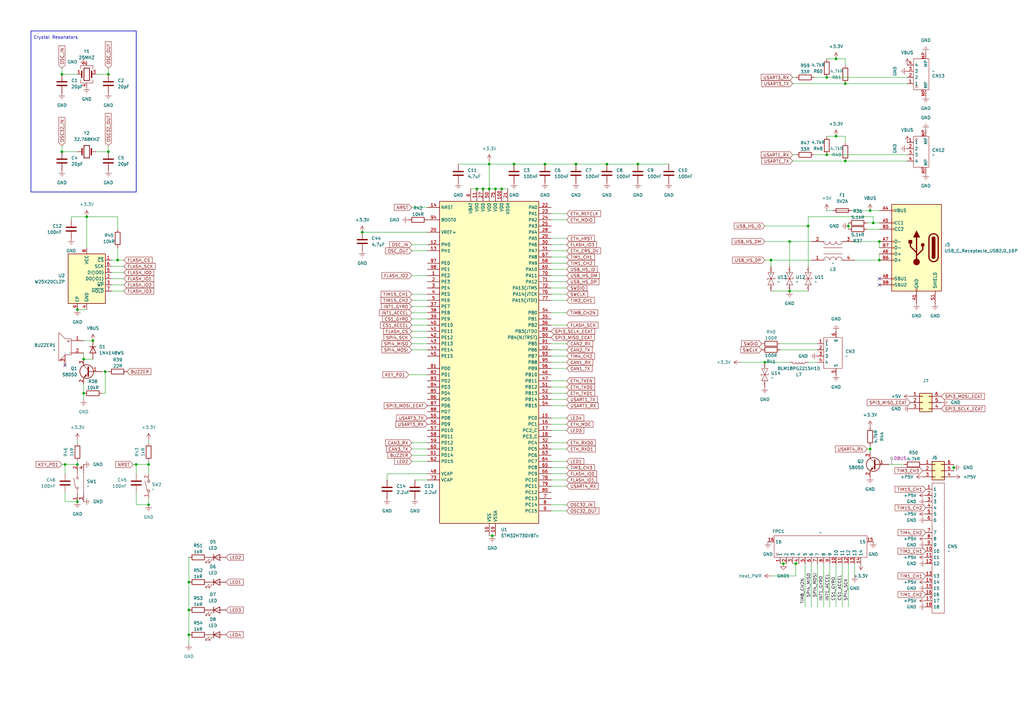
<source format=kicad_sch>
(kicad_sch (version 20231120) (generator "eeschema") (generator_version "8.0")
  (paper "A3")
  (junction (at 35.56 88.9))
  (junction (at 203.2 77.47))
  (junction (at 195.58 77.47))
  (junction (at 356.87 184.15))
  (junction (at 326.39 231.14))
  (junction (at 198.12 77.47))
  (junction (at 44.45 62.23))
  (junction (at 360.68 99.06))
  (junction (at 77.47 260.35))
  (junction (at 55.88 190.5))
  (junction (at 391.16 191.77))
  (junction (at 360.68 106.68))
  (junction (at 210.82 67.31))
  (junction (at 236.22 67.31))
  (junction (at 34.29 161.29))
  (junction (at 323.85 119.38))
  (junction (at 31.75 127))
  (junction (at 356.87 86.36))
  (junction (at 358.14 91.44))
  (junction (at 346.71 34.29))
  (junction (at 205.74 77.47))
  (junction (at 44.45 30.48))
  (junction (at 31.75 190.5))
  (junction (at 347.98 92.71))
  (junction (at 43.18 152.4))
  (junction (at 223.52 67.31))
  (junction (at 342.9 55.88))
  (junction (at 346.71 66.04))
  (junction (at 201.93 219.71))
  (junction (at 48.26 106.68))
  (junction (at 313.69 148.59))
  (junction (at 200.66 77.47))
  (junction (at 339.09 31.75))
  (junction (at 60.96 207.01))
  (junction (at 339.09 63.5))
  (junction (at 316.23 106.68))
  (junction (at 77.47 250.19))
  (junction (at 342.9 24.13))
  (junction (at 331.47 92.71))
  (junction (at 60.96 190.5))
  (junction (at 248.92 67.31))
  (junction (at 25.4 62.23))
  (junction (at 34.29 147.32))
  (junction (at 261.62 67.31))
  (junction (at 26.67 190.5))
  (junction (at 38.1 139.7))
  (junction (at 77.47 238.76))
  (junction (at 25.4 30.48))
  (junction (at 321.31 231.14))
  (junction (at 200.66 67.31))
  (junction (at 148.59 95.25))
  (junction (at 323.85 99.06))
  (junction (at 31.75 205.74))
  (no_connect (at 360.68 116.84))
  (no_connect (at 26.67 149.86))
  (no_connect (at 360.68 114.3))
  (wire (pts (xy 26.67 205.74) (xy 31.75 205.74)))
  (wire (pts (xy 331.47 88.9) (xy 331.47 92.71)))
  (wire (pts (xy 39.37 30.48) (xy 44.45 30.48)))
  (wire (pts (xy 50.8 119.38) (xy 45.72 119.38)))
  (wire (pts (xy 168.91 102.87) (xy 175.26 102.87)))
  (wire (pts (xy 226.06 97.79) (xy 232.41 97.79)))
  (wire (pts (xy 168.91 85.09) (xy 175.26 85.09)))
  (wire (pts (xy 356.87 184.15) (xy 356.87 185.42)))
  (wire (pts (xy 232.41 113.03) (xy 226.06 113.03)))
  (wire (pts (xy 358.14 88.9) (xy 331.47 88.9)))
  (wire (pts (xy 232.41 128.27) (xy 226.06 128.27)))
  (wire (pts (xy 44.45 59.69) (xy 44.45 62.23)))
  (wire (pts (xy 60.96 204.47) (xy 60.96 207.01)))
  (wire (pts (xy 232.41 90.17) (xy 226.06 90.17)))
  (wire (pts (xy 313.69 106.68) (xy 316.23 106.68)))
  (wire (pts (xy 350.52 106.68) (xy 360.68 106.68)))
  (wire (pts (xy 55.88 201.93) (xy 55.88 207.01)))
  (wire (pts (xy 168.91 181.61) (xy 175.26 181.61)))
  (wire (pts (xy 168.91 135.89) (xy 175.26 135.89)))
  (wire (pts (xy 232.41 115.57) (xy 226.06 115.57)))
  (wire (pts (xy 332.74 248.92) (xy 332.74 231.14)))
  (wire (pts (xy 232.41 181.61) (xy 226.06 181.61)))
  (wire (pts (xy 342.9 231.14) (xy 342.9 248.92)))
  (wire (pts (xy 321.31 231.14) (xy 322.58 231.14)))
  (wire (pts (xy 261.62 67.31) (xy 274.32 67.31)))
  (wire (pts (xy 232.41 118.11) (xy 226.06 118.11)))
  (wire (pts (xy 34.29 144.78) (xy 34.29 147.32)))
  (wire (pts (xy 198.12 77.47) (xy 200.66 77.47)))
  (wire (pts (xy 167.64 153.67) (xy 175.26 153.67)))
  (wire (pts (xy 38.1 139.7) (xy 34.29 139.7)))
  (wire (pts (xy 148.59 95.25) (xy 175.26 95.25)))
  (wire (pts (xy 356.87 182.88) (xy 356.87 184.15)))
  (wire (pts (xy 26.67 201.93) (xy 26.67 205.74)))
  (wire (pts (xy 77.47 238.76) (xy 77.47 250.19)))
  (wire (pts (xy 232.41 171.45) (xy 226.06 171.45)))
  (wire (pts (xy 31.75 189.23) (xy 31.75 190.5)))
  (wire (pts (xy 38.1 147.32) (xy 34.29 147.32)))
  (wire (pts (xy 358.14 91.44) (xy 360.68 91.44)))
  (wire (pts (xy 48.26 106.68) (xy 45.72 106.68)))
  (wire (pts (xy 60.96 190.5) (xy 60.96 194.31)))
  (wire (pts (xy 232.41 120.65) (xy 226.06 120.65)))
  (wire (pts (xy 232.41 107.95) (xy 226.06 107.95)))
  (wire (pts (xy 232.41 100.33) (xy 226.06 100.33)))
  (wire (pts (xy 316.23 236.22) (xy 326.39 236.22)))
  (wire (pts (xy 360.68 99.06) (xy 360.68 101.6)))
  (wire (pts (xy 77.47 250.19) (xy 77.47 260.35)))
  (wire (pts (xy 236.22 67.31) (xy 248.92 67.31)))
  (wire (pts (xy 44.45 27.94) (xy 44.45 30.48)))
  (wire (pts (xy 39.37 62.23) (xy 44.45 62.23)))
  (wire (pts (xy 187.96 67.31) (xy 200.66 67.31)))
  (wire (pts (xy 355.6 91.44) (xy 358.14 91.44)))
  (wire (pts (xy 350.52 99.06) (xy 360.68 99.06)))
  (wire (pts (xy 313.69 148.59) (xy 323.85 148.59)))
  (wire (pts (xy 48.26 93.98) (xy 48.26 88.9)))
  (wire (pts (xy 337.82 231.14) (xy 337.82 248.92)))
  (wire (pts (xy 168.91 186.69) (xy 175.26 186.69)))
  (wire (pts (xy 168.91 113.03) (xy 175.26 113.03)))
  (wire (pts (xy 339.09 86.36) (xy 341.63 86.36)))
  (wire (pts (xy 334.01 63.5) (xy 339.09 63.5)))
  (wire (pts (xy 326.39 231.14) (xy 326.39 236.22)))
  (wire (pts (xy 232.41 176.53) (xy 226.06 176.53)))
  (wire (pts (xy 232.41 163.83) (xy 226.06 163.83)))
  (wire (pts (xy 325.12 31.75) (xy 326.39 31.75)))
  (wire (pts (xy 43.18 161.29) (xy 43.18 152.4)))
  (wire (pts (xy 326.39 231.14) (xy 325.12 231.14)))
  (wire (pts (xy 43.18 152.4) (xy 41.91 152.4)))
  (wire (pts (xy 320.04 143.51) (xy 335.28 143.51)))
  (wire (pts (xy 158.75 194.31) (xy 175.26 194.31)))
  (wire (pts (xy 346.71 24.13) (xy 342.9 24.13)))
  (wire (pts (xy 55.88 190.5) (xy 60.96 190.5)))
  (wire (pts (xy 232.41 194.31) (xy 226.06 194.31)))
  (wire (pts (xy 346.71 26.67) (xy 346.71 24.13)))
  (wire (pts (xy 168.91 100.33) (xy 175.26 100.33)))
  (wire (pts (xy 323.85 99.06) (xy 323.85 109.22)))
  (wire (pts (xy 248.92 67.31) (xy 261.62 67.31)))
  (wire (pts (xy 48.26 88.9) (xy 35.56 88.9)))
  (wire (pts (xy 60.96 190.5) (xy 60.96 189.23)))
  (wire (pts (xy 346.71 55.88) (xy 342.9 55.88)))
  (wire (pts (xy 339.09 63.5) (xy 372.11 63.5)))
  (wire (pts (xy 29.21 88.9) (xy 29.21 90.17)))
  (wire (pts (xy 60.96 180.34) (xy 60.96 181.61)))
  (wire (pts (xy 50.8 116.84) (xy 45.72 116.84)))
  (wire (pts (xy 201.93 219.71) (xy 203.2 219.71)))
  (wire (pts (xy 200.66 67.31) (xy 200.66 77.47)))
  (wire (pts (xy 391.16 191.77) (xy 391.16 193.04)))
  (wire (pts (xy 232.41 196.85) (xy 226.06 196.85)))
  (wire (pts (xy 232.41 148.59) (xy 226.06 148.59)))
  (wire (pts (xy 303.53 148.59) (xy 313.69 148.59)))
  (wire (pts (xy 50.8 114.3) (xy 45.72 114.3)))
  (wire (pts (xy 346.71 66.04) (xy 372.11 66.04)))
  (wire (pts (xy 168.91 143.51) (xy 175.26 143.51)))
  (wire (pts (xy 223.52 67.31) (xy 236.22 67.31)))
  (wire (pts (xy 50.8 106.68) (xy 48.26 106.68)))
  (wire (pts (xy 168.91 128.27) (xy 175.26 128.27)))
  (wire (pts (xy 25.4 30.48) (xy 31.75 30.48)))
  (wire (pts (xy 326.39 231.14) (xy 327.66 231.14)))
  (wire (pts (xy 170.18 196.85) (xy 175.26 196.85)))
  (wire (pts (xy 54.61 190.5) (xy 55.88 190.5)))
  (wire (pts (xy 232.41 189.23) (xy 226.06 189.23)))
  (wire (pts (xy 203.2 77.47) (xy 205.74 77.47)))
  (wire (pts (xy 168.91 120.65) (xy 175.26 120.65)))
  (wire (pts (xy 323.85 119.38) (xy 316.23 119.38)))
  (wire (pts (xy 232.41 110.49) (xy 226.06 110.49)))
  (wire (pts (xy 339.09 31.75) (xy 372.11 31.75)))
  (wire (pts (xy 77.47 228.6) (xy 77.47 238.76)))
  (wire (pts (xy 346.71 58.42) (xy 346.71 55.88)))
  (wire (pts (xy 347.98 91.44) (xy 347.98 92.71)))
  (wire (pts (xy 25.4 62.23) (xy 31.75 62.23)))
  (wire (pts (xy 168.91 140.97) (xy 175.26 140.97)))
  (wire (pts (xy 205.74 77.47) (xy 208.28 77.47)))
  (wire (pts (xy 355.6 184.15) (xy 356.87 184.15)))
  (wire (pts (xy 26.67 190.5) (xy 31.75 190.5)))
  (wire (pts (xy 31.75 127) (xy 35.56 127)))
  (wire (pts (xy 331.47 148.59) (xy 335.28 148.59)))
  (wire (pts (xy 342.9 24.13) (xy 339.09 24.13)))
  (wire (pts (xy 195.58 77.47) (xy 198.12 77.47)))
  (wire (pts (xy 232.41 199.39) (xy 226.06 199.39)))
  (wire (pts (xy 50.8 111.76) (xy 45.72 111.76)))
  (wire (pts (xy 316.23 106.68) (xy 316.23 109.22)))
  (wire (pts (xy 232.41 87.63) (xy 226.06 87.63)))
  (wire (pts (xy 232.41 161.29) (xy 226.06 161.29)))
  (wire (pts (xy 330.2 231.14) (xy 330.2 248.92)))
  (wire (pts (xy 356.87 86.36) (xy 360.68 86.36)))
  (wire (pts (xy 232.41 143.51) (xy 226.06 143.51)))
  (wire (pts (xy 41.91 161.29) (xy 43.18 161.29)))
  (wire (pts (xy 168.91 189.23) (xy 175.26 189.23)))
  (wire (pts (xy 26.67 190.5) (xy 26.67 194.31)))
  (wire (pts (xy 316.23 106.68) (xy 332.74 106.68)))
  (wire (pts (xy 349.25 86.36) (xy 356.87 86.36)))
  (wire (pts (xy 313.69 99.06) (xy 323.85 99.06)))
  (wire (pts (xy 340.36 231.14) (xy 340.36 248.92)))
  (wire (pts (xy 168.91 130.81) (xy 175.26 130.81)))
  (wire (pts (xy 345.44 231.14) (xy 345.44 248.92)))
  (wire (pts (xy 232.41 140.97) (xy 226.06 140.97)))
  (wire (pts (xy 44.45 152.4) (xy 43.18 152.4)))
  (wire (pts (xy 346.71 34.29) (xy 372.11 34.29)))
  (wire (pts (xy 360.68 104.14) (xy 360.68 106.68)))
  (wire (pts (xy 323.85 99.06) (xy 332.74 99.06)))
  (wire (pts (xy 232.41 209.55) (xy 226.06 209.55)))
  (wire (pts (xy 35.56 88.9) (xy 29.21 88.9)))
  (wire (pts (xy 347.98 248.92) (xy 347.98 231.14)))
  (wire (pts (xy 232.41 184.15) (xy 226.06 184.15)))
  (wire (pts (xy 158.75 196.85) (xy 158.75 194.31)))
  (wire (pts (xy 350.52 231.14) (xy 350.52 236.22)))
  (wire (pts (xy 25.4 190.5) (xy 26.67 190.5)))
  (wire (pts (xy 48.26 101.6) (xy 48.26 106.68)))
  (wire (pts (xy 232.41 191.77) (xy 226.06 191.77)))
  (wire (pts (xy 25.4 59.69) (xy 25.4 62.23)))
  (wire (pts (xy 232.41 105.41) (xy 226.06 105.41)))
  (wire (pts (xy 232.41 166.37) (xy 226.06 166.37)))
  (wire (pts (xy 168.91 123.19) (xy 175.26 123.19)))
  (wire (pts (xy 325.12 63.5) (xy 326.39 63.5)))
  (wire (pts (xy 50.8 109.22) (xy 45.72 109.22)))
  (wire (pts (xy 331.47 109.22) (xy 331.47 92.71)))
  (wire (pts (xy 232.41 146.05) (xy 226.06 146.05)))
  (wire (pts (xy 200.66 66.04) (xy 200.66 67.31)))
  (wire (pts (xy 55.88 207.01) (xy 60.96 207.01)))
  (wire (pts (xy 168.91 125.73) (xy 175.26 125.73)))
  (wire (pts (xy 34.29 161.29) (xy 34.29 157.48)))
  (wire (pts (xy 168.91 133.35) (xy 175.26 133.35)))
  (wire (pts (xy 193.04 77.47) (xy 195.58 77.47)))
  (wire (pts (xy 34.29 163.83) (xy 34.29 161.29)))
  (wire (pts (xy 334.01 31.75) (xy 339.09 31.75)))
  (wire (pts (xy 232.41 123.19) (xy 226.06 123.19)))
  (wire (pts (xy 347.98 92.71) (xy 347.98 93.98)))
  (wire (pts (xy 232.41 158.75) (xy 226.06 158.75)))
  (wire (pts (xy 200.66 77.47) (xy 203.2 77.47)))
  (wire (pts (xy 320.04 231.14) (xy 321.31 231.14)))
  (wire (pts (xy 325.12 66.04) (xy 346.71 66.04)))
  (wire (pts (xy 325.12 34.29) (xy 346.71 34.29)))
  (wire (pts (xy 200.66 67.31) (xy 210.82 67.31)))
  (wire (pts (xy 364.49 190.5) (xy 370.84 190.5)))
  (wire (pts (xy 168.91 138.43) (xy 175.26 138.43)))
  (wire (pts (xy 55.88 190.5) (xy 55.88 194.31)))
  (wire (pts (xy 313.69 92.71) (xy 331.47 92.71)))
  (wire (pts (xy 232.41 173.99) (xy 226.06 173.99)))
  (wire (pts (xy 210.82 67.31) (xy 223.52 67.31)))
  (wire (pts (xy 35.56 88.9) (xy 35.56 101.6)))
  (wire (pts (xy 355.6 93.98) (xy 360.68 93.98)))
  (wire (pts (xy 226.06 102.87) (xy 232.41 102.87)))
  (wire (pts (xy 391.16 191.77) (xy 391.16 190.5)))
  (wire (pts (xy 320.04 140.97) (xy 335.28 140.97)))
  (wire (pts (xy 168.91 184.15) (xy 175.26 184.15)))
  (wire (pts (xy 342.9 55.88) (xy 339.09 55.88)))
  (wire (pts (xy 323.85 119.38) (xy 331.47 119.38)))
  (wire (pts (xy 358.14 91.44) (xy 358.14 88.9)))
  (wire (pts (xy 335.28 231.14) (xy 335.28 248.92)))
  (wire (pts (xy 31.75 180.34) (xy 31.75 181.61)))
  (wire (pts (xy 200.66 219.71) (xy 201.93 219.71)))
  (wire (pts (xy 232.41 207.01) (xy 226.06 207.01)))
  (wire (pts (xy 232.41 133.35) (xy 226.06 133.35)))
  (wire (pts (xy 232.41 156.21) (xy 226.06 156.21)))
  (wire (pts (xy 77.47 260.35) (xy 77.47 264.16)))
  (wire (pts (xy 232.41 151.13) (xy 226.06 151.13)))
  (wire (pts (xy 25.4 27.94) (xy 25.4 30.48)))
  (rectangle (start 12.7 12.7) (end 55.88 78.74) (stroke (width 0.254)))
  (text "Crystal Resonators" (at 22.86 15.494 0) (effects (font (size 1.27 1.27))))
  (label "CS1_ACCEL" (at 345.44 246.38 90))
  (label "SPI4_SCK" (at 347.98 246.38 90))
  (label "SPI4_MOSI" (at 335.28 234.95 270))
  (label "INT1_ACCEL" (at 340.36 246.38 90))
  (label "INT1_GYRO" (at 337.82 246.38 90))
  (label "CS1_GYRO" (at 342.9 246.38 90))
  (label "TIM8_CH2N" (at 330.2 247.65 90))
  (label "SPI4_MISO" (at 332.74 234.95 270))
  (global_label "LED1" (shape input) (at 92.71 238.76 0) (property "Intersheetrefs" "${INTERSHEET_REFS}" (effects (hide yes))))
  (global_label "LED3" (shape input) (at 232.41 176.53 0) (property "Intersheetrefs" "${INTERSHEET_REFS}" (effects (hide yes))))
  (global_label "ETH_CRS_DV" (shape input) (at 232.41 102.87 0) (property "Intersheetrefs" "${INTERSHEET_REFS}" (effects (hide yes))))
  (global_label "FLASH_IO2" (shape input) (at 168.91 113.03 180) (property "Intersheetrefs" "${INTERSHEET_REFS}" (effects (hide yes))))
  (global_label "TIM8_CH2N" (shape input) (at 232.41 128.27 0) (property "Intersheetrefs" "${INTERSHEET_REFS}" (effects (hide yes))))
  (global_label "OSC32_IN" (shape input) (at 25.4 59.69 90) (property "Intersheetrefs" "${INTERSHEET_REFS}" (effects (hide yes))))
  (global_label "TIM15_CH2" (shape input) (at 379.73 208.28 180) (property "Intersheetrefs" "${INTERSHEET_REFS}" (effects (hide yes))))
  (global_label "FLASH_IO0" (shape input) (at 50.8 111.76 0) (property "Intersheetrefs" "${INTERSHEET_REFS}" (effects (hide yes))))
  (global_label "ETH_REFCLK" (shape input) (at 232.41 87.63 0) (property "Intersheetrefs" "${INTERSHEET_REFS}" (effects (hide yes))))
  (global_label "USB_HS_ID" (shape input) (at 313.69 92.71 180) (property "Intersheetrefs" "${INTERSHEET_REFS}" (effects (hide yes))))
  (global_label "LED2" (shape input) (at 168.91 189.23 180) (property "Intersheetrefs" "${INTERSHEET_REFS}" (effects (hide yes))))
  (global_label "ETH_MDC" (shape input) (at 232.41 173.99 0) (property "Intersheetrefs" "${INTERSHEET_REFS}" (effects (hide yes))))
  (global_label "FLASH_IO2" (shape input) (at 50.8 116.84 0) (property "Intersheetrefs" "${INTERSHEET_REFS}" (effects (hide yes))))
  (global_label "ETH_RXD1" (shape input) (at 232.41 184.15 0) (property "Intersheetrefs" "${INTERSHEET_REFS}" (effects (hide yes))))
  (global_label "OSC32_OUT" (shape input) (at 44.45 59.69 90) (property "Intersheetrefs" "${INTERSHEET_REFS}" (effects (hide yes))))
  (global_label "USART1_RX" (shape input) (at 325.12 63.5 180) (property "Intersheetrefs" "${INTERSHEET_REFS}" (effects (hide yes))))
  (global_label "USART1_TX" (shape input) (at 232.41 163.83 0) (property "Intersheetrefs" "${INTERSHEET_REFS}" (effects (hide yes))))
  (global_label "ETH_TXD0" (shape input) (at 232.41 158.75 0) (property "Intersheetrefs" "${INTERSHEET_REFS}" (effects (hide yes))))
  (global_label "USART1_RX" (shape input) (at 232.41 166.37 0) (property "Intersheetrefs" "${INTERSHEET_REFS}" (effects (hide yes))))
  (global_label "LED2" (shape input) (at 92.71 228.6 0) (property "Intersheetrefs" "${INTERSHEET_REFS}" (effects (hide yes))))
  (global_label "LED4" (shape input) (at 92.71 260.35 0) (property "Intersheetrefs" "${INTERSHEET_REFS}" (effects (hide yes))))
  (global_label "OSC_OUT" (shape input) (at 168.91 102.87 180) (property "Intersheetrefs" "${INTERSHEET_REFS}" (effects (hide yes))))
  (global_label "TIM2_CH1" (shape input) (at 232.41 123.19 0) (property "Intersheetrefs" "${INTERSHEET_REFS}" (effects (hide yes))))
  (global_label "SWCLK" (shape input) (at 312.42 143.51 180) (property "Intersheetrefs" "${INTERSHEET_REFS}" (effects (hide yes))))
  (global_label "ETH_TXD1" (shape input) (at 232.41 161.29 0) (property "Intersheetrefs" "${INTERSHEET_REFS}" (effects (hide yes))))
  (global_label "TIM2_CH1" (shape input) (at 379.73 226.06 180) (property "Intersheetrefs" "${INTERSHEET_REFS}" (effects (hide yes))))
  (global_label "FLASH_CS" (shape input) (at 50.8 106.68 0) (property "Intersheetrefs" "${INTERSHEET_REFS}" (effects (hide yes))))
  (global_label "TIM1_CH1" (shape input) (at 232.41 105.41 0) (property "Intersheetrefs" "${INTERSHEET_REFS}" (effects (hide yes))))
  (global_label "ETH_MDIO" (shape input) (at 232.41 90.17 0) (property "Intersheetrefs" "${INTERSHEET_REFS}" (effects (hide yes))))
  (global_label "LED4" (shape input) (at 232.41 171.45 0) (property "Intersheetrefs" "${INTERSHEET_REFS}" (effects (hide yes))))
  (global_label "USB_HS_ID" (shape input) (at 232.41 110.49 0) (property "Intersheetrefs" "${INTERSHEET_REFS}" (effects (hide yes))))
  (global_label "INT1_GYRO" (shape input) (at 168.91 125.73 180) (property "Intersheetrefs" "${INTERSHEET_REFS}" (effects (hide yes))))
  (global_label "ETH_RXD0" (shape input) (at 232.41 181.61 0) (property "Intersheetrefs" "${INTERSHEET_REFS}" (effects (hide yes))))
  (global_label "FLASH_SCK" (shape input) (at 232.41 133.35 0) (property "Intersheetrefs" "${INTERSHEET_REFS}" (effects (hide yes))))
  (global_label "BUZZER" (shape input) (at 168.91 186.69 180) (property "Intersheetrefs" "${INTERSHEET_REFS}" (effects (hide yes))))
  (global_label "LED1" (shape input) (at 232.41 189.23 0) (property "Intersheetrefs" "${INTERSHEET_REFS}" (effects (hide yes))))
  (global_label "TIM4_CH2" (shape input) (at 232.41 146.05 0) (property "Intersheetrefs" "${INTERSHEET_REFS}" (effects (hide yes))))
  (global_label "BUZZER" (shape input) (at 52.07 152.4 0) (property "Intersheetrefs" "${INTERSHEET_REFS}" (effects (hide yes))))
  (global_label "FLASH_IO0" (shape input) (at 232.41 194.31 0) (property "Intersheetrefs" "${INTERSHEET_REFS}" (effects (hide yes))))
  (global_label "FLASH_IO1" (shape input) (at 50.8 114.3 0) (property "Intersheetrefs" "${INTERSHEET_REFS}" (effects (hide yes))))
  (global_label "OSC32_OUT" (shape input) (at 232.41 209.55 0) (property "Intersheetrefs" "${INTERSHEET_REFS}" (effects (hide yes))))
  (global_label "USART3_TX" (shape input) (at 325.12 34.29 180) (property "Intersheetrefs" "${INTERSHEET_REFS}" (effects (hide yes))))
  (global_label "FLASH_CS" (shape input) (at 168.91 135.89 180) (property "Intersheetrefs" "${INTERSHEET_REFS}" (effects (hide yes))))
  (global_label "ETH_TXEN" (shape input) (at 232.41 156.21 0) (property "Intersheetrefs" "${INTERSHEET_REFS}" (effects (hide yes))))
  (global_label "USB_HS_DP" (shape input) (at 313.69 106.68 180) (property "Intersheetrefs" "${INTERSHEET_REFS}" (effects (hide yes))))
  (global_label "NRST" (shape input) (at 54.61 190.5 180) (property "Intersheetrefs" "${INTERSHEET_REFS}" (effects (hide yes))))
  (global_label "OSC_OUT" (shape input) (at 44.45 27.94 90) (property "Intersheetrefs" "${INTERSHEET_REFS}" (effects (hide yes))))
  (global_label "OSC_IN" (shape input) (at 25.4 27.94 90) (property "Intersheetrefs" "${INTERSHEET_REFS}" (effects (hide yes))))
  (global_label "SWDIO" (shape input) (at 312.42 140.97 180) (property "Intersheetrefs" "${INTERSHEET_REFS}" (effects (hide yes))))
  (global_label "TIM1_CH1" (shape input) (at 379.73 236.22 180) (property "Intersheetrefs" "${INTERSHEET_REFS}" (effects (hide yes))))
  (global_label "ETH_nRST" (shape input) (at 232.41 97.79 0) (property "Intersheetrefs" "${INTERSHEET_REFS}" (effects (hide yes))))
  (global_label "TIM4_CH2" (shape input) (at 379.73 218.44 180) (property "Intersheetrefs" "${INTERSHEET_REFS}" (effects (hide yes))))
  (global_label "TIM3_CH3" (shape input) (at 232.41 191.77 0) (property "Intersheetrefs" "${INTERSHEET_REFS}" (effects (hide yes))))
  (global_label "USART4_RX" (shape input) (at 355.6 184.15 180) (property "Intersheetrefs" "${INTERSHEET_REFS}" (effects (hide yes))))
  (global_label "CAN3_TX" (shape input) (at 168.91 184.15 180) (property "Intersheetrefs" "${INTERSHEET_REFS}" (effects (hide yes))))
  (global_label "USB_HS_DP" (shape input) (at 232.41 115.57 0) (property "Intersheetrefs" "${INTERSHEET_REFS}" (effects (hide yes))))
  (global_label "FLASH_IO3" (shape input) (at 50.8 119.38 0) (property "Intersheetrefs" "${INTERSHEET_REFS}" (effects (hide yes))))
  (global_label "OSC_IN" (shape input) (at 168.91 100.33 180) (property "Intersheetrefs" "${INTERSHEET_REFS}" (effects (hide yes))))
  (global_label "SPI3_MISO_ECAT" (shape input) (at 226.06 138.43 0) (property "Intersheetrefs" "${INTERSHEET_REFS}" (effects (hide yes))))
  (global_label "NRST" (shape input) (at 168.91 85.09 180) (property "Intersheetrefs" "${INTERSHEET_REFS}" (effects (hide yes))))
  (global_label "CAN1_RX" (shape input) (at 232.41 148.59 0) (property "Intersheetrefs" "${INTERSHEET_REFS}" (effects (hide yes))))
  (global_label "USART3_RX" (shape input) (at 175.26 173.99 180) (property "Intersheetrefs" "${INTERSHEET_REFS}" (effects (hide yes))))
  (global_label "KEY_PD1" (shape input) (at 25.4 190.5 180) (property "Intersheetrefs" "${INTERSHEET_REFS}" (effects (hide yes))))
  (global_label "KEY_PD1" (shape input) (at 167.64 153.67 180) (property "Intersheetrefs" "${INTERSHEET_REFS}" (effects (hide yes))))
  (global_label "CAN2_TX" (shape input) (at 232.41 143.51 0) (property "Intersheetrefs" "${INTERSHEET_REFS}" (effects (hide yes))))
  (global_label "SWDIO" (shape input) (at 232.41 118.11 0) (property "Intersheetrefs" "${INTERSHEET_REFS}" (effects (hide yes))))
  (global_label "TIM1_CH2" (shape input) (at 232.41 107.95 0) (property "Intersheetrefs" "${INTERSHEET_REFS}" (effects (hide yes))))
  (global_label "INT1_ACCEL" (shape input) (at 168.91 128.27 180) (property "Intersheetrefs" "${INTERSHEET_REFS}" (effects (hide yes))))
  (global_label "USART3_RX" (shape input) (at 325.12 31.75 180) (property "Intersheetrefs" "${INTERSHEET_REFS}" (effects (hide yes))))
  (global_label "TIM15_CH2" (shape input) (at 168.91 123.19 180) (property "Intersheetrefs" "${INTERSHEET_REFS}" (effects (hide yes))))
  (global_label "TIM3_CH3" (shape input) (at 378.46 193.04 180) (property "Intersheetrefs" "${INTERSHEET_REFS}" (effects (hide yes))))
  (global_label "OSC32_IN" (shape input) (at 232.41 207.01 0) (property "Intersheetrefs" "${INTERSHEET_REFS}" (effects (hide yes))))
  (global_label "FLASH_IO3" (shape input) (at 232.41 100.33 0) (property "Intersheetrefs" "${INTERSHEET_REFS}" (effects (hide yes))))
  (global_label "SPI4_MISO" (shape input) (at 168.91 140.97 180) (property "Intersheetrefs" "${INTERSHEET_REFS}" (effects (hide yes))))
  (global_label "FLASH_SCK" (shape input) (at 50.8 109.22 0) (property "Intersheetrefs" "${INTERSHEET_REFS}" (effects (hide yes))))
  (global_label "USART3_TX" (shape input) (at 175.26 171.45 180) (property "Intersheetrefs" "${INTERSHEET_REFS}" (effects (hide yes))))
  (global_label "SPI3_SCLK_ECAT" (shape input) (at 226.06 135.89 0) (property "Intersheetrefs" "${INTERSHEET_REFS}" (effects (hide yes))))
  (global_label "LED3" (shape input) (at 92.71 250.19 0) (property "Intersheetrefs" "${INTERSHEET_REFS}" (effects (hide yes))))
  (global_label "TIM1_CH2" (shape input) (at 379.73 243.84 180) (property "Intersheetrefs" "${INTERSHEET_REFS}" (effects (hide yes))))
  (global_label "SPI4_MOSI" (shape input) (at 168.91 143.51 180) (property "Intersheetrefs" "${INTERSHEET_REFS}" (effects (hide yes))))
  (global_label "SWCLK" (shape input) (at 232.41 120.65 0) (property "Intersheetrefs" "${INTERSHEET_REFS}" (effects (hide yes))))
  (global_label "CS1_ACCEL" (shape input) (at 168.91 133.35 180) (property "Intersheetrefs" "${INTERSHEET_REFS}" (effects (hide yes))))
  (global_label "SPI3_MISO_ECAT" (shape input) (at 373.38 165.1 180) (property "Intersheetrefs" "${INTERSHEET_REFS}" (effects (hide yes))))
  (global_label "TIM15_CH1" (shape input) (at 168.91 120.65 180) (property "Intersheetrefs" "${INTERSHEET_REFS}" (effects (hide yes))))
  (global_label "SPI3_SCLK_ECAT" (shape input) (at 386.08 167.64 0) (property "Intersheetrefs" "${INTERSHEET_REFS}" (effects (hide yes))))
  (global_label "USART1_TX" (shape input) (at 325.12 66.04 180) (property "Intersheetrefs" "${INTERSHEET_REFS}" (effects (hide yes))))
  (global_label "CAN3_RX" (shape input) (at 168.91 181.61 180) (property "Intersheetrefs" "${INTERSHEET_REFS}" (effects (hide yes))))
  (global_label "USB_HS_DM" (shape input) (at 232.41 113.03 0) (property "Intersheetrefs" "${INTERSHEET_REFS}" (effects (hide yes))))
  (global_label "SPI3_MOSI_ECAT" (shape input) (at 386.08 162.56 0) (property "Intersheetrefs" "${INTERSHEET_REFS}" (effects (hide yes))))
  (global_label "SPI4_SCK" (shape input) (at 168.91 138.43 180) (property "Intersheetrefs" "${INTERSHEET_REFS}" (effects (hide yes))))
  (global_label "TIM15_CH1" (shape input) (at 379.73 200.66 180) (property "Intersheetrefs" "${INTERSHEET_REFS}" (effects (hide yes))))
  (global_label "CAN2_RX" (shape input) (at 232.41 140.97 0) (property "Intersheetrefs" "${INTERSHEET_REFS}" (effects (hide yes))))
  (global_label "SPI3_MOSI_ECAT" (shape input) (at 175.26 166.37 180) (property "Intersheetrefs" "${INTERSHEET_REFS}" (effects (hide yes))))
  (global_label "USB_HS_DM" (shape input) (at 313.69 99.06 180) (property "Intersheetrefs" "${INTERSHEET_REFS}" (effects (hide yes))))
  (global_label "CAN1_TX" (shape input) (at 232.41 151.13 0) (property "Intersheetrefs" "${INTERSHEET_REFS}" (effects (hide yes))))
  (global_label "CS1_GYRO" (shape input) (at 168.91 130.81 180) (property "Intersheetrefs" "${INTERSHEET_REFS}" (effects (hide yes))))
  (global_label "FLASH_IO1" (shape input) (at 232.41 196.85 0) (property "Intersheetrefs" "${INTERSHEET_REFS}" (effects (hide yes))))
  (global_label "USART4_RX" (shape input) (at 232.41 199.39 0) (property "Intersheetrefs" "${INTERSHEET_REFS}" (effects (hide yes))))
  (netclass_flag "" (length 2.54) (shape round) (at 365.76 190.5 0) (property "Netclass" "DBUS" (at 366.4585 187.96 0) (effects (font (italic yes)) (justify left))))
  (symbol (lib_id "Device:C") (at 187.96 71.12 0) (unit 1)
    (property "Reference" "C11" (at 191.77 69.8499 0) (effects (justify left)))
    (property "Value" "4.7uF" (at 191.77 72.3899 0) (effects (justify left)))
    (property "Footprint" "Kaiser:C_0402_1005Metric" (effects (hide yes)))
    (property "Description" "Unpolarized capacitor" (effects (hide yes)))
  )
  (symbol (lib_id "power:GNDREF") (at 379.73 213.36 270) (mirror x) (unit 1)
    (property "Reference" "#PWR0103" (effects (hide yes)))
    (property "Value" "GND" (at 375.92 213.3599 90) (effects (justify right)))
    (property "Description" "Power symbol creates a global label with name \"GNDREF\" , reference supply ground" (effects (hide yes)))
  )
  (symbol (lib_id "Device:R") (at 38.1 161.29 270) (mirror x) (unit 1)
    (property "Reference" "R38" (at 38.1 156.464 90))
    (property "Value" "10kR" (at 38.1 159.004 90))
    (property "Footprint" "Kaiser:R_0402_1005Metric" (effects (hide yes)))
    (property "Description" "Resistor" (effects (hide yes)))
  )
  (symbol (lib_id "Device:R") (at 351.79 93.98 90) (mirror x) (unit 1)
    (property "Reference" "R37" (at 351.79 98.806 90))
    (property "Value" "5.1kR" (at 351.79 96.266 90))
    (property "Footprint" "Kaiser:R_0402_1005Metric" (effects (hide yes)))
    (property "Description" "Resistor" (effects (hide yes)))
  )
  (symbol (lib_id "Device:C") (at 55.88 198.12 0) (mirror y) (unit 1)
    (property "Reference" "C45" (at 52.07 196.8499 0) (effects (justify left)))
    (property "Value" "100nF" (at 52.07 199.3899 0) (effects (justify left)))
    (property "Footprint" "Kaiser:C_0402_1005Metric" (effects (hide yes)))
    (property "Description" "Unpolarized capacitor" (effects (hide yes)))
  )
  (symbol (lib_id "Device:R") (at 81.28 238.76 90) (unit 1)
    (property "Reference" "R52" (at 81.28 233.934 90))
    (property "Value" "1kR" (at 81.28 236.474 90))
    (property "Footprint" "Kaiser:R_0402_1005Metric" (effects (hide yes)))
    (property "Description" "Resistor" (effects (hide yes)))
  )
  (symbol (lib_id "power:GNDREF") (at 375.92 124.46 0) (mirror y) (unit 1)
    (property "Reference" "#PWR032" (effects (hide yes)))
    (property "Value" "GND" (at 375.92 129.54 0))
    (property "Description" "Power symbol creates a global label with name \"GNDREF\" , reference supply ground" (effects (hide yes)))
  )
  (symbol (lib_id "power:+3.3V") (at 303.53 148.59 90) (unit 1)
    (property "Reference" "#PWR0128" (effects (hide yes)))
    (property "Value" "+3.3V" (at 299.72 148.5899 90) (effects (justify left)))
    (property "Description" "Power symbol creates a global label with name \"+3.3V\"" (effects (hide yes)))
  )
  (symbol (lib_id "power:GNDREF") (at 34.29 205.74 90) (mirror x) (unit 1)
    (property "Reference" "#PWR0141" (effects (hide yes)))
    (property "Value" "GND" (at 38.1 205.7399 90) (effects (justify right)))
    (property "Description" "Power symbol creates a global label with name \"GNDREF\" , reference supply ground" (effects (hide yes)))
  )
  (symbol (lib_id "power:VCC") (at 372.11 58.42 0) (unit 1)
    (property "Reference" "#PWR0158" (effects (hide yes)))
    (property "Value" "VBUS" (at 372.11 53.34 0))
    (property "Description" "Power symbol creates a global label with name \"VCC\"" (effects (hide yes)))
  )
  (symbol (lib_id "power:GNDREF") (at 170.18 204.47 0) (mirror y) (unit 1)
    (property "Reference" "#PWR019" (effects (hide yes)))
    (property "Value" "GND" (at 170.18 209.55 0))
    (property "Description" "Power symbol creates a global label with name \"GNDREF\" , reference supply ground" (effects (hide yes)))
  )
  (symbol (lib_id "power:VCC") (at 379.73 238.76 90) (unit 1)
    (property "Reference" "#PWR0147" (effects (hide yes)))
    (property "Value" "+P5V" (at 375.92 238.7599 90) (effects (justify left)))
    (property "Description" "Power symbol creates a global label with name \"VCC\"" (effects (hide yes)))
  )
  (symbol (lib_id "Device:C") (at 158.75 200.66 0) (unit 1)
    (property "Reference" "C14" (at 162.56 199.3899 0) (effects (justify left)))
    (property "Value" "2.2uF" (at 162.56 201.9299 0) (effects (justify left)))
    (property "Footprint" "Kaiser:C_0402_1005Metric" (effects (hide yes)))
    (property "Description" "Unpolarized capacitor" (effects (hide yes)))
  )
  (symbol (lib_id "Kaiser:SW-Turtle") (at 60.96 199.39 90) (unit 1)
    (property "Reference" "SW2" (at 62.23 198.7549 90) (effects (justify right)))
    (property "Value" "~" (at 62.23 200.66 90) (effects (justify right)))
    (property "Footprint" "Kaiser:SW-SMD_L4.0-W3.0-LS4.8" (effects (hide yes)))
  )
  (symbol (lib_id "power:GNDREF") (at 34.29 163.83 0) (unit 1)
    (property "Reference" "#PWR0126" (effects (hide yes)))
    (property "Value" "GND" (at 34.29 168.91 0))
    (property "Description" "Power symbol creates a global label with name \"GNDREF\" , reference supply ground" (effects (hide yes)))
  )
  (symbol (lib_id "Kaiser:PESD") (at 313.69 153.67 90) (unit 1)
    (property "Reference" "U14" (at 316.23 153.0349 90) (effects (justify right)))
    (property "Value" "~" (at 316.23 154.94 90) (effects (justify right)))
    (property "Footprint" "Kaiser:SOD-882_L1.0-W0.6-BI" (effects (hide yes)))
  )
  (symbol (lib_id "Device:R") (at 339.09 27.94 180) (unit 1)
    (property "Reference" "R60" (at 335.534 29.21 0))
    (property "Value" "4.7kR" (at 335.534 26.67 0))
    (property "Footprint" "Kaiser:R_0402_1005Metric" (effects (hide yes)))
    (property "Description" "Resistor" (effects (hide yes)))
  )
  (symbol (lib_id "Kaiser:PESD") (at 323.85 114.3 90) (unit 1)
    (property "Reference" "U12" (at 326.39 113.6649 90) (effects (justify right)))
    (property "Value" "~" (at 326.39 115.57 90) (effects (justify right)))
    (property "Footprint" "Kaiser:SOD-882_L1.0-W0.6-BI" (effects (hide yes)))
  )
  (symbol (lib_id "Device:C") (at 170.18 200.66 0) (unit 1)
    (property "Reference" "C13" (at 173.99 199.3899 0) (effects (justify left)))
    (property "Value" "2.2uF" (at 173.99 201.9299 0) (effects (justify left)))
    (property "Footprint" "Kaiser:C_0402_1005Metric" (effects (hide yes)))
    (property "Description" "Unpolarized capacitor" (effects (hide yes)))
  )
  (symbol (lib_id "power:GNDREF") (at 34.29 190.5 90) (mirror x) (unit 1)
    (property "Reference" "#PWR0142" (effects (hide yes)))
    (property "Value" "GND" (at 38.1 190.4999 90) (effects (justify right)))
    (property "Description" "Power symbol creates a global label with name \"GNDREF\" , reference supply ground" (effects (hide yes)))
  )
  (symbol (lib_id "Device:LED") (at 88.9 228.6 0) (unit 1)
    (property "Reference" "D5" (at 87.3125 222.25 0))
    (property "Value" "LED" (at 87.3125 224.79 0))
    (property "Footprint" "Kaiser:LED_0603_1608Metric" (effects (hide yes)))
    (property "Description" "Light emitting diode" (effects (hide yes)))
  )
  (symbol (lib_id "power:GNDREF") (at 313.69 158.75 0) (mirror y) (unit 1)
    (property "Reference" "#PWR0129" (effects (hide yes)))
    (property "Value" "GND" (at 313.69 163.83 0))
    (property "Description" "Power symbol creates a global label with name \"GNDREF\" , reference supply ground" (effects (hide yes)))
  )
  (symbol (lib_id "power:GNDREF") (at 379.73 241.3 270) (mirror x) (unit 1)
    (property "Reference" "#PWR0107" (effects (hide yes)))
    (property "Value" "GND" (at 375.92 241.2999 90) (effects (justify right)))
    (property "Description" "Power symbol creates a global label with name \"GNDREF\" , reference supply ground" (effects (hide yes)))
  )
  (symbol (lib_id "Device:C") (at 236.22 71.12 0) (unit 1)
    (property "Reference" "C7" (at 240.03 69.8499 0) (effects (justify left)))
    (property "Value" "100nF" (at 240.03 72.3899 0) (effects (justify left)))
    (property "Footprint" "Kaiser:C_0402_1005Metric" (effects (hide yes)))
    (property "Description" "Unpolarized capacitor" (effects (hide yes)))
  )
  (symbol (lib_id "Device:LED") (at 88.9 250.19 0) (unit 1)
    (property "Reference" "D7" (at 87.3125 243.84 0))
    (property "Value" "LED" (at 87.3125 246.38 0))
    (property "Footprint" "Kaiser:LED_0603_1608Metric" (effects (hide yes)))
    (property "Description" "Light emitting diode" (effects (hide yes)))
  )
  (symbol (lib_id "power:GNDREF") (at 44.45 69.85 0) (mirror y) (unit 1)
    (property "Reference" "#PWR06" (effects (hide yes)))
    (property "Value" "GND" (at 44.45 74.93 0))
    (property "Description" "Power symbol creates a global label with name \"GNDREF\" , reference supply ground" (effects (hide yes)))
  )
  (symbol (lib_id "power:GNDREF") (at 261.62 74.93 0) (mirror y) (unit 1)
    (property "Reference" "#PWR014" (effects (hide yes)))
    (property "Value" "GND" (at 261.62 80.01 0))
    (property "Description" "Power symbol creates a global label with name \"GNDREF\" , reference supply ground" (effects (hide yes)))
  )
  (symbol (lib_id "Device:Crystal_GND24") (at 35.56 30.48 0) (unit 1)
    (property "Reference" "Y1" (at 35.56 21.082 0))
    (property "Value" "25MHZ" (at 35.56 23.622 0))
    (property "Footprint" "Kaiser:Crystal_SMD_2520-4Pin_2.5x2.0mm" (effects (hide yes)))
    (property "Description" "Four pin crystal, GND on pins 2 and 4" (effects (hide yes)))
  )
  (symbol (lib_id "power:+3.3V") (at 148.59 95.25 0) (unit 1)
    (property "Reference" "#PWR0136" (effects (hide yes)))
    (property "Value" "+3.3V" (at 148.59 90.17 0))
    (property "Description" "Power symbol creates a global label with name \"+3.3V\"" (effects (hide yes)))
  )
  (symbol (lib_id "power:VCC") (at 373.38 162.56 90) (unit 1)
    (property "Reference" "#PWR0153" (effects (hide yes)))
    (property "Value" "+5V" (at 369.57 162.5599 90) (effects (justify left)))
    (property "Description" "Power symbol creates a global label with name \"VCC\"" (effects (hide yes)))
  )
  (symbol (lib_id "power:GNDREF") (at 314.96 222.25 0) (mirror y) (unit 1)
    (property "Reference" "#PWR0112" (effects (hide yes)))
    (property "Value" "GND" (at 314.96 227.33 0))
    (property "Description" "Power symbol creates a global label with name \"GNDREF\" , reference supply ground" (effects (hide yes)))
  )
  (symbol (lib_id "power:GNDREF") (at 31.75 127 0) (mirror y) (unit 1)
    (property "Reference" "#PWR021" (effects (hide yes)))
    (property "Value" "GND" (at 31.75 132.08 0))
    (property "Description" "Power symbol creates a global label with name \"GNDREF\" , reference supply ground" (effects (hide yes)))
  )
  (symbol (lib_id "power:VCC") (at 391.16 195.58 270) (mirror x) (unit 1)
    (property "Reference" "#PWR0150" (effects (hide yes)))
    (property "Value" "+P5V" (at 394.97 195.5799 90) (effects (justify left)))
    (property "Description" "Power symbol creates a global label with name \"VCC\"" (effects (hide yes)))
  )
  (symbol (lib_id "Device:R") (at 171.45 90.17 90) (unit 1)
    (property "Reference" "R42" (at 171.45 85.344 90))
    (property "Value" "10kR" (at 171.45 87.884 90))
    (property "Footprint" "Kaiser:R_0402_1005Metric" (effects (hide yes)))
    (property "Description" "Resistor" (effects (hide yes)))
  )
  (symbol (lib_id "power:VCC") (at 378.46 195.58 90) (unit 1)
    (property "Reference" "#PWR0149" (effects (hide yes)))
    (property "Value" "+P5V" (at 374.65 195.5799 90) (effects (justify left)))
    (property "Description" "Power symbol creates a global label with name \"VCC\"" (effects (hide yes)))
  )
  (symbol (lib_id "Device:R") (at 60.96 185.42 180) (unit 1)
    (property "Reference" "R43" (at 56.134 185.42 90))
    (property "Value" "1kR" (at 58.674 185.42 90))
    (property "Footprint" "Kaiser:R_0402_1005Metric" (effects (hide yes)))
    (property "Description" "Resistor" (effects (hide yes)))
  )
  (symbol (lib_id "power:GNDREF") (at 323.85 119.38 0) (mirror y) (unit 1)
    (property "Reference" "#PWR0109" (effects (hide yes)))
    (property "Value" "GND" (at 323.85 124.46 0))
    (property "Description" "Power symbol creates a global label with name \"GNDREF\" , reference supply ground" (effects (hide yes)))
  )
  (symbol (lib_id "Device:C") (at 210.82 71.12 0) (unit 1)
    (property "Reference" "C3" (at 214.63 69.8499 0) (effects (justify left)))
    (property "Value" "100nF" (at 214.63 72.3899 0) (effects (justify left)))
    (property "Footprint" "Kaiser:C_0402_1005Metric" (effects (hide yes)))
    (property "Description" "Unpolarized capacitor" (effects (hide yes)))
  )
  (symbol (lib_id "power:GNDREF") (at 379.73 223.52 270) (mirror x) (unit 1)
    (property "Reference" "#PWR0104" (effects (hide yes)))
    (property "Value" "GND" (at 375.92 223.5199 90) (effects (justify right)))
    (property "Description" "Power symbol creates a global label with name \"GNDREF\" , reference supply ground" (effects (hide yes)))
  )
  (symbol (lib_id "Device:C") (at 44.45 66.04 0) (unit 1)
    (property "Reference" "C5" (at 48.26 64.7699 0) (effects (justify left)))
    (property "Value" "20pF" (at 48.26 67.3099 0) (effects (justify left)))
    (property "Footprint" "Kaiser:C_0402_1005Metric" (effects (hide yes)))
    (property "Description" "Unpolarized capacitor" (effects (hide yes)))
  )
  (symbol (lib_id "Device:R") (at 330.2 31.75 90) (unit 1)
    (property "Reference" "R59" (at 330.2 26.924 90))
    (property "Value" "33R" (at 330.2 29.464 90))
    (property "Footprint" "Kaiser:R_0402_1005Metric" (effects (hide yes)))
    (property "Description" "Resistor" (effects (hide yes)))
  )
  (symbol (lib_id "power:GNDREF") (at 148.59 102.87 0) (mirror y) (unit 1)
    (property "Reference" "#PWR0135" (effects (hide yes)))
    (property "Value" "GND" (at 148.59 107.95 0))
    (property "Description" "Power symbol creates a global label with name \"GNDREF\" , reference supply ground" (effects (hide yes)))
  )
  (symbol (lib_id "Device:C") (at 248.92 71.12 0) (unit 1)
    (property "Reference" "C8" (at 252.73 69.8499 0) (effects (justify left)))
    (property "Value" "100nF" (at 252.73 72.3899 0) (effects (justify left)))
    (property "Footprint" "Kaiser:C_0402_1005Metric" (effects (hide yes)))
    (property "Description" "Unpolarized capacitor" (effects (hide yes)))
  )
  (symbol (lib_id "power:GNDREF") (at 391.16 191.77 90) (mirror x) (unit 1)
    (property "Reference" "#PWR0110" (effects (hide yes)))
    (property "Value" "GND" (at 394.97 191.7699 90) (effects (justify right)))
    (property "Description" "Power symbol creates a global label with name \"GNDREF\" , reference supply ground" (effects (hide yes)))
  )
  (symbol (lib_id "power:+3.3V") (at 342.9 24.13 0) (mirror y) (unit 1)
    (property "Reference" "#PWR0166" (effects (hide yes)))
    (property "Value" "+3.3V" (at 342.9 19.05 0))
    (property "Description" "Power symbol creates a global label with name \"+3.3V\"" (effects (hide yes)))
  )
  (symbol (lib_id "Device:Crystal") (at 35.56 62.23 0) (unit 1)
    (property "Reference" "Y2" (at 35.56 54.61 0))
    (property "Value" "32.768KHZ" (at 35.56 57.15 0))
    (property "Footprint" "Kaiser:Crystal_SMD_3215-2Pin_3.2x1.5mm" (effects (hide yes)))
    (property "Description" "Two pin crystal" (effects (hide yes)))
  )
  (symbol (lib_id "power:GNDREF") (at 60.96 207.01 0) (mirror y) (unit 1)
    (property "Reference" "#PWR0140" (effects (hide yes)))
    (property "Value" "GND" (at 60.96 212.09 0))
    (property "Description" "Power symbol creates a global label with name \"GNDREF\" , reference supply ground" (effects (hide yes)))
  )
  (symbol (lib_id "Diode:1N4148WS") (at 38.1 143.51 90) (mirror x) (unit 1)
    (property "Reference" "D1" (at 40.64 142.2399 90) (effects (justify right)))
    (property "Value" "1N4148WS" (at 40.64 144.7799 90) (effects (justify right)))
    (property "Footprint" "Diode_SMD:D_SOD-323" (effects (hide yes)))
    (property "Datasheet" "https://www.vishay.com/docs/85751/1n4148ws.pdf" (effects (hide yes)))
    (property "Description" "75V 0.15A Fast switching Diode, SOD-323" (effects (hide yes)))
    (property "Sim.Device" "D" (effects (hide yes)))
    (property "Sim.Pins" "1=K 2=A" (effects (hide yes)))
  )
  (symbol (lib_id "power:GNDREF") (at 379.73 205.74 270) (mirror x) (unit 1)
    (property "Reference" "#PWR0102" (effects (hide yes)))
    (property "Value" "GND" (at 375.92 205.7399 90) (effects (justify right)))
    (property "Description" "Power symbol creates a global label with name \"GNDREF\" , reference supply ground" (effects (hide yes)))
  )
  (symbol (lib_id "Device:R") (at 81.28 260.35 90) (unit 1)
    (property "Reference" "R54" (at 81.28 255.524 90))
    (property "Value" "1kR" (at 81.28 258.064 90))
    (property "Footprint" "Kaiser:R_0402_1005Metric" (effects (hide yes)))
    (property "Description" "Resistor" (effects (hide yes)))
  )
  (symbol (lib_id "power:GNDREF") (at 223.52 74.93 0) (mirror y) (unit 1)
    (property "Reference" "#PWR011" (effects (hide yes)))
    (property "Value" "GND" (at 223.52 80.01 0))
    (property "Description" "Power symbol creates a global label with name \"GNDREF\" , reference supply ground" (effects (hide yes)))
  )
  (symbol (lib_id "Device:R") (at 351.79 91.44 90) (unit 1)
    (property "Reference" "R36" (at 351.79 86.614 90))
    (property "Value" "5.1kR" (at 351.79 89.154 90))
    (property "Footprint" "Kaiser:R_0402_1005Metric" (effects (hide yes)))
    (property "Description" "Resistor" (effects (hide yes)))
  )
  (symbol (lib_id "power:VCC") (at 379.73 220.98 90) (unit 1)
    (property "Reference" "#PWR0145" (effects (hide yes)))
    (property "Value" "+P5V" (at 375.92 220.9799 90) (effects (justify left)))
    (property "Description" "Power symbol creates a global label with name \"VCC\"" (effects (hide yes)))
  )
  (symbol (lib_id "Device:R") (at 316.23 143.51 270) (unit 1)
    (property "Reference" "R41" (at 316.23 148.336 90))
    (property "Value" "100R" (at 316.23 145.796 90))
    (property "Footprint" "Kaiser:R_0402_1005Metric" (effects (hide yes)))
    (property "Description" "Resistor" (effects (hide yes)))
  )
  (symbol (lib_id "power:GNDREF") (at 187.96 74.93 0) (mirror y) (unit 1)
    (property "Reference" "#PWR09" (effects (hide yes)))
    (property "Value" "GND" (at 187.96 80.01 0))
    (property "Description" "Power symbol creates a global label with name \"GNDREF\" , reference supply ground" (effects (hide yes)))
  )
  (symbol (lib_id "power:GNDREF") (at 379.73 21.59 180) (unit 1)
    (property "Reference" "#PWR0190" (effects (hide yes)))
    (property "Value" "GND" (at 379.73 16.51 0))
    (property "Description" "Power symbol creates a global label with name \"GNDREF\" , reference supply ground" (effects (hide yes)))
  )
  (symbol (lib_id "power:VCC") (at 379.73 203.2 90) (unit 1)
    (property "Reference" "#PWR0143" (effects (hide yes)))
    (property "Value" "+P5V" (at 375.92 203.1999 90) (effects (justify left)))
    (property "Description" "Power symbol creates a global label with name \"VCC\"" (effects (hide yes)))
  )
  (symbol (lib_id "Device:LED") (at 88.9 238.76 0) (unit 1)
    (property "Reference" "D6" (at 87.3125 232.41 0))
    (property "Value" "LED" (at 87.3125 234.95 0))
    (property "Footprint" "Kaiser:LED_0603_1608Metric" (effects (hide yes)))
    (property "Description" "Light emitting diode" (effects (hide yes)))
  )
  (symbol (lib_id "power:GNDREF") (at 379.73 39.37 0) (mirror y) (unit 1)
    (property "Reference" "#PWR0191" (effects (hide yes)))
    (property "Value" "GND" (at 379.73 44.45 0))
    (property "Description" "Power symbol creates a global label with name \"GNDREF\" , reference supply ground" (effects (hide yes)))
  )
  (symbol (lib_id "power:GNDREF") (at 25.4 38.1 0) (mirror y) (unit 1)
    (property "Reference" "#PWR01" (effects (hide yes)))
    (property "Value" "GND" (at 25.4 43.18 0))
    (property "Description" "Power symbol creates a global label with name \"GNDREF\" , reference supply ground" (effects (hide yes)))
  )
  (symbol (lib_id "Device:C") (at 26.67 198.12 0) (mirror y) (unit 1)
    (property "Reference" "C46" (at 22.86 196.8499 0) (effects (justify left)))
    (property "Value" "100nF" (at 22.86 199.3899 0) (effects (justify left)))
    (property "Footprint" "Kaiser:C_0402_1005Metric" (effects (hide yes)))
    (property "Description" "Unpolarized capacitor" (effects (hide yes)))
  )
  (symbol (lib_id "power:VCC") (at 356.87 86.36 0) (unit 1)
    (property "Reference" "#PWR0170" (effects (hide yes)))
    (property "Value" "VBUS" (at 356.87 81.28 0))
    (property "Description" "Power symbol creates a global label with name \"VCC\"" (effects (hide yes)))
  )
  (symbol (lib_id "Device:C") (at 148.59 99.06 0) (unit 1)
    (property "Reference" "C44" (at 152.4 97.7899 0) (effects (justify left)))
    (property "Value" "4.7uF" (at 152.4 100.3299 0) (effects (justify left)))
    (property "Footprint" "Kaiser:C_0402_1005Metric" (effects (hide yes)))
    (property "Description" "Unpolarized capacitor" (effects (hide yes)))
  )
  (symbol (lib_id "power:GNDREF") (at 44.45 38.1 0) (mirror y) (unit 1)
    (property "Reference" "#PWR02" (effects (hide yes)))
    (property "Value" "GND" (at 44.45 43.18 0))
    (property "Description" "Power symbol creates a global label with name \"GNDREF\" , reference supply ground" (effects (hide yes)))
  )
  (symbol (lib_id "Device:R") (at 81.28 228.6 270) (mirror x) (unit 1)
    (property "Reference" "R51" (at 81.28 223.774 90))
    (property "Value" "1kR" (at 81.28 226.314 90))
    (property "Footprint" "Kaiser:R_0402_1005Metric" (effects (hide yes)))
    (property "Description" "Resistor" (effects (hide yes)))
  )
  (symbol (lib_id "Device:Fuse") (at 345.44 86.36 90) (unit 1)
    (property "Reference" "F1" (at 345.44 80.01 90))
    (property "Value" "5V2A" (at 345.44 82.55 90))
    (property "Footprint" "Kaiser:F0805" (effects (hide yes)))
    (property "Description" "Fuse" (effects (hide yes)))
  )
  (symbol (lib_id "power:GNDREF") (at 358.14 222.25 0) (mirror y) (unit 1)
    (property "Reference" "#PWR0111" (effects (hide yes)))
    (property "Value" "GND" (at 358.14 227.33 0))
    (property "Description" "Power symbol creates a global label with name \"GNDREF\" , reference supply ground" (effects (hide yes)))
  )
  (symbol (lib_id "power:GNDREF") (at 347.98 92.71 270) (mirror x) (unit 1)
    (property "Reference" "#PWR0108" (effects (hide yes)))
    (property "Value" "GND" (at 344.17 92.7099 90) (effects (justify right)))
    (property "Description" "Power symbol creates a global label with name \"GNDREF\" , reference supply ground" (effects (hide yes)))
  )
  (symbol (lib_id "power:+3.3V") (at 35.56 88.9 0) (mirror y) (unit 1)
    (property "Reference" "#PWR016" (effects (hide yes)))
    (property "Value" "+3.3V" (at 35.56 83.82 0))
    (property "Description" "Power symbol creates a global label with name \"+3.3V\"" (effects (hide yes)))
  )
  (symbol (lib_id "Kaiser:ACM2012-900-2P-T002") (at 341.63 104.14 0) (mirror x) (unit 1)
    (property "Reference" "L3" (at 341.63 110.49 0))
    (property "Value" "~" (at 341.63 107.95 0))
    (property "Footprint" "Kaiser:IND-SMD_4P-L2.0-W1.2-TL" (effects (hide yes)))
  )
  (symbol (lib_id "Device:R") (at 356.87 179.07 0) (unit 1)
    (property "Reference" "R44" (at 361.696 179.07 90))
    (property "Value" "4.7kR" (at 359.156 179.07 90))
    (property "Footprint" "Kaiser:R_0402_1005Metric" (effects (hide yes)))
    (property "Description" "Resistor" (effects (hide yes)))
  )
  (symbol (lib_id "Device:R") (at 81.28 250.19 270) (mirror x) (unit 1)
    (property "Reference" "R53" (at 81.28 245.364 90))
    (property "Value" "1kR" (at 81.28 247.904 90))
    (property "Footprint" "Kaiser:R_0402_1005Metric" (effects (hide yes)))
    (property "Description" "Resistor" (effects (hide yes)))
  )
  (symbol (lib_id "power:GNDREF") (at 25.4 69.85 0) (mirror y) (unit 1)
    (property "Reference" "#PWR05" (effects (hide yes)))
    (property "Value" "GND" (at 25.4 74.93 0))
    (property "Description" "Power symbol creates a global label with name \"GNDREF\" , reference supply ground" (effects (hide yes)))
  )
  (symbol (lib_id "Transistor_BJT:BC817") (at 36.83 152.4 0) (mirror y) (unit 1)
    (property "Reference" "Q1" (at 31.75 151.1299 0) (effects (justify left)))
    (property "Value" "S8050" (at 31.75 153.6699 0) (effects (justify left)))
    (property "Footprint" "Package_TO_SOT_SMD:SOT-23" (effects (hide yes)))
    (property "Datasheet" "https://www.onsemi.com/pub/Collateral/BC818-D.pdf" (effects (hide yes)))
    (property "Description" "0.8A Ic, 45V Vce, NPN Transistor, SOT-23" (effects (hide yes)))
  )
  (symbol (lib_id "Connector_Generic:Conn_02x03_Counter_Clockwise") (at 383.54 193.04 0) (unit 1)
    (property "Reference" "J6" (at 383.286 187.706 0))
    (property "Value" "Conn_02x03_Counter_Clockwise" (effects (hide yes)))
    (property "Footprint" "Connector_PinHeader_2.54mm:PinHeader_2x03_P2.54mm_Vertical" (effects (hide yes)))
    (property "Description" "Generic connector, double row, 02x03, counter clockwise pin numbering scheme (similar to DIP package numbering), script generated (kicad-library-utils/schlib/autogen/connector/)" (effects (hide yes)))
  )
  (symbol (lib_id "power:GNDREF") (at 248.92 74.93 0) (mirror y) (unit 1)
    (property "Reference" "#PWR013" (effects (hide yes)))
    (property "Value" "GND" (at 248.92 80.01 0))
    (property "Description" "Power symbol creates a global label with name \"GNDREF\" , reference supply ground" (effects (hide yes)))
  )
  (symbol (lib_id "Connector:USB_C_Receptacle_USB2.0_16P") (at 375.92 101.6 0) (mirror y) (unit 1)
    (property "Reference" "J5" (at 387.35 100.3299 0) (effects (justify right)))
    (property "Value" "USB_C_Receptacle_USB2.0_16P" (at 387.35 102.8699 0) (effects (justify right)))
    (property "Footprint" "Connector_USB:USB_C_Receptacle_GCT_USB4105-xx-A_16P_TopMnt_Horizontal" (effects (hide yes)))
    (property "Datasheet" "https://www.usb.org/sites/default/files/documents/usb_type-c.zip" (effects (hide yes)))
    (property "Description" "USB 2.0-only 16P Type-C Receptacle connector" (effects (hide yes)))
  )
  (symbol (lib_id "power:GNDREF") (at 372.11 29.21 270) (unit 1)
    (property "Reference" "#PWR0189" (effects (hide yes)))
    (property "Value" "GND" (at 367.03 29.21 0))
    (property "Description" "Power symbol creates a global label with name \"GNDREF\" , reference supply ground" (effects (hide yes)))
  )
  (symbol (lib_id "power:GNDREF") (at 335.28 146.05 270) (mirror x) (unit 1)
    (property "Reference" "#PWR0127" (effects (hide yes)))
    (property "Value" "GND" (at 331.47 146.0499 90) (effects (justify right)))
    (property "Description" "Power symbol creates a global label with name \"GNDREF\" , reference supply ground" (effects (hide yes)))
  )
  (symbol (lib_id "power:GNDREF") (at 350.52 236.22 0) (mirror y) (unit 1)
    (property "Reference" "#PWR0116" (effects (hide yes)))
    (property "Value" "GND" (at 350.52 241.3 0))
    (property "Description" "Power symbol creates a global label with name \"GNDREF\" , reference supply ground" (effects (hide yes)))
  )
  (symbol (lib_id "power:GND1") (at 321.31 231.14 0) (unit 1)
    (property "Reference" "#PWR0114" (effects (hide yes)))
    (property "Value" "GND1" (at 321.31 236.22 0))
    (property "Description" "Power symbol creates a global label with name \"GND1\" , ground" (effects (hide yes)))
  )
  (symbol (lib_id "Transistor_BJT:BC817") (at 359.41 190.5 0) (mirror y) (unit 1)
    (property "Reference" "Q2" (at 354.33 189.2299 0) (effects (justify left)))
    (property "Value" "S8050" (at 354.33 191.7699 0) (effects (justify left)))
    (property "Footprint" "Package_TO_SOT_SMD:SOT-23" (effects (hide yes)))
    (property "Datasheet" "https://www.onsemi.com/pub/Collateral/BC818-D.pdf" (effects (hide yes)))
    (property "Description" "0.8A Ic, 45V Vce, NPN Transistor, SOT-23" (effects (hide yes)))
  )
  (symbol (lib_id "Kaiser:PESD") (at 316.23 114.3 90) (unit 1)
    (property "Reference" "U13" (at 318.77 113.6649 90) (effects (justify right)))
    (property "Value" "~" (at 318.77 115.57 90) (effects (justify right)))
    (property "Footprint" "Kaiser:SOD-882_L1.0-W0.6-BI" (effects (hide yes)))
  )
  (symbol (lib_id "power:GNDREF") (at 373.38 167.64 270) (mirror x) (unit 1)
    (property "Reference" "#PWR0155" (effects (hide yes)))
    (property "Value" "GND" (at 369.57 167.6399 90) (effects (justify right)))
    (property "Description" "Power symbol creates a global label with name \"GNDREF\" , reference supply ground" (effects (hide yes)))
  )
  (symbol (lib_id "power:GNDREF") (at 29.21 97.79 0) (mirror y) (unit 1)
    (property "Reference" "#PWR017" (effects (hide yes)))
    (property "Value" "GND" (at 29.21 102.87 0))
    (property "Description" "Power symbol creates a global label with name \"GNDREF\" , reference supply ground" (effects (hide yes)))
  )
  (symbol (lib_id "Device:R") (at 31.75 185.42 180) (unit 1)
    (property "Reference" "R46" (at 26.924 185.42 90))
    (property "Value" "1kR" (at 29.464 185.42 90))
    (property "Footprint" "Kaiser:R_0402_1005Metric" (effects (hide yes)))
    (property "Description" "Resistor" (effects (hide yes)))
  )
  (symbol (lib_id "Device:R") (at 48.26 97.79 0) (mirror y) (unit 1)
    (property "Reference" "R45" (at 44.704 96.52 0))
    (property "Value" "10kR" (at 44.704 99.06 0))
    (property "Footprint" "Kaiser:R_0402_1005Metric" (effects (hide yes)))
    (property "Description" "Resistor" (effects (hide yes)))
  )
  (symbol (lib_id "Device:L") (at 327.66 148.59 270) (unit 1)
    (property "Reference" "L7" (at 327.66 153.67 90))
    (property "Value" "BLM18PG221SH1D" (at 327.66 151.13 90))
    (property "Footprint" "Inductor_SMD:L_0603_1608Metric" (effects (hide yes)))
    (property "Description" "Inductor" (effects (hide yes)))
  )
  (symbol (lib_id "power:VCC") (at 379.73 246.38 90) (unit 1)
    (property "Reference" "#PWR0148" (effects (hide yes)))
    (property "Value" "+P5V" (at 375.92 246.3799 90) (effects (justify left)))
    (property "Description" "Power symbol creates a global label with name \"VCC\"" (effects (hide yes)))
  )
  (symbol (lib_id "Device:C") (at 25.4 66.04 0) (unit 1)
    (property "Reference" "C4" (at 29.21 64.7699 0) (effects (justify left)))
    (property "Value" "20pF" (at 29.21 67.3099 0) (effects (justify left)))
    (property "Footprint" "Kaiser:C_0402_1005Metric" (effects (hide yes)))
    (property "Description" "Unpolarized capacitor" (effects (hide yes)))
  )
  (symbol (lib_id "power:GNDREF") (at 356.87 195.58 0) (mirror y) (unit 1)
    (property "Reference" "#PWR0151" (effects (hide yes)))
    (property "Value" "GND" (at 356.87 200.66 0))
    (property "Description" "Power symbol creates a global label with name \"GNDREF\" , reference supply ground" (effects (hide yes)))
  )
  (symbol (lib_id "power:VCC") (at 38.1 139.7 0) (unit 1)
    (property "Reference" "#PWR0125" (effects (hide yes)))
    (property "Value" "VBUS" (at 38.1 134.62 0))
    (property "Description" "Power symbol creates a global label with name \"VCC\"" (effects (hide yes)))
  )
  (symbol (lib_id "Device:R") (at 330.2 63.5 90) (unit 1)
    (property "Reference" "R47" (at 330.2 58.674 90))
    (property "Value" "33R" (at 330.2 61.214 90))
    (property "Footprint" "Kaiser:R_0402_1005Metric" (effects (hide yes)))
    (property "Description" "Resistor" (effects (hide yes)))
  )
  (symbol (lib_id "Device:C") (at 29.21 93.98 0) (mirror y) (unit 1)
    (property "Reference" "C12" (at 25.4 92.7099 0) (effects (justify left)))
    (property "Value" "100nF" (at 25.4 95.2499 0) (effects (justify left)))
    (property "Footprint" "Kaiser:C_0402_1005Metric" (effects (hide yes)))
    (property "Description" "Unpolarized capacitor" (effects (hide yes)))
  )
  (symbol (lib_id "power:GNDREF") (at 274.32 74.93 0) (mirror y) (unit 1)
    (property "Reference" "#PWR015" (effects (hide yes)))
    (property "Value" "GND" (at 274.32 80.01 0))
    (property "Description" "Power symbol creates a global label with name \"GNDREF\" , reference supply ground" (effects (hide yes)))
  )
  (symbol (lib_id "power:GNDREF") (at 236.22 74.93 0) (mirror y) (unit 1)
    (property "Reference" "#PWR012" (effects (hide yes)))
    (property "Value" "GND" (at 236.22 80.01 0))
    (property "Description" "Power symbol creates a global label with name \"GNDREF\" , reference supply ground" (effects (hide yes)))
  )
  (symbol (lib_id "power:GNDREF") (at 379.73 53.34 180) (unit 1)
    (property "Reference" "#PWR0139" (effects (hide yes)))
    (property "Value" "GND" (at 379.73 48.26 0))
    (property "Description" "Power symbol creates a global label with name \"GNDREF\" , reference supply ground" (effects (hide yes)))
  )
  (symbol (lib_id "Device:R") (at 374.65 190.5 90) (unit 1)
    (property "Reference" "R50" (at 374.65 185.674 90))
    (property "Value" "4.7kR" (at 374.65 188.214 90))
    (property "Footprint" "Kaiser:R_0402_1005Metric" (effects (hide yes)))
    (property "Description" "Resistor" (effects (hide yes)))
  )
  (symbol (lib_id "Device:C") (at 25.4 34.29 0) (unit 1)
    (property "Reference" "C1" (at 29.21 33.0199 0) (effects (justify left)))
    (property "Value" "20pF" (at 29.21 35.5599 0) (effects (justify left)))
    (property "Footprint" "Kaiser:C_0402_1005Metric" (effects (hide yes)))
    (property "Description" "Unpolarized capacitor" (effects (hide yes)))
  )
  (symbol (lib_id "Connector_Generic:Conn_02x03_Counter_Clockwise") (at 378.46 165.1 0) (unit 1)
    (property "Reference" "J7" (at 379.73 156.21 0))
    (property "Value" "Conn_02x03_Counter_Clockwise" (effects (hide yes)))
    (property "Footprint" "Connector_PinHeader_2.54mm:PinHeader_2x03_P2.54mm_Vertical" (effects (hide yes)))
    (property "Description" "Generic connector, double row, 02x03, counter clockwise pin numbering scheme (similar to DIP package numbering), script generated (kicad-library-utils/schlib/autogen/connector/)" (effects (hide yes)))
  )
  (symbol (lib_id "Device:R") (at 346.71 30.48 180) (unit 1)
    (property "Reference" "R61" (at 343.154 31.75 0))
    (property "Value" "4.7kR" (at 343.154 29.21 0))
    (property "Footprint" "Kaiser:R_0402_1005Metric" (effects (hide yes)))
    (property "Description" "Resistor" (effects (hide yes)))
  )
  (symbol (lib_id "Device:LED") (at 88.9 260.35 0) (unit 1)
    (property "Reference" "D8" (at 87.3125 254 0))
    (property "Value" "LED" (at 87.3125 256.54 0))
    (property "Footprint" "Kaiser:LED_0603_1608Metric" (effects (hide yes)))
    (property "Description" "Light emitting diode" (effects (hide yes)))
  )
  (symbol (lib_id "power:VCC") (at 372.11 26.67 0) (unit 1)
    (property "Reference" "#PWR0188" (effects (hide yes)))
    (property "Value" "VBUS" (at 372.11 21.59 0))
    (property "Description" "Power symbol creates a global label with name \"VCC\"" (effects (hide yes)))
  )
  (symbol (lib_id "MCU_ST_STM32H7:STM32H730VBTx") (at 200.66 148.59 0) (unit 1)
    (property "Reference" "U1" (at 205.3941 217.17 0) (effects (justify left)))
    (property "Value" "STM32H730VBTx" (at 205.3941 219.71 0) (effects (justify left)))
    (property "Footprint" "Package_QFP:LQFP-100_14x14mm_P0.5mm" (effects (hide yes)))
    (property "Datasheet" "https://www.st.com/resource/en/datasheet/stm32h730vb.pdf" (effects (hide yes)))
    (property "Description" "STMicroelectronics Arm Cortex-M7 MCU, 128KB flash, 564KB RAM, 550 MHz, 1.71-3.6V, 82 GPIO, LQFP100" (effects (hide yes)))
  )
  (symbol (lib_id "power:+3.3V") (at 200.66 66.04 0) (unit 1)
    (property "Reference" "#PWR04" (effects (hide yes)))
    (property "Value" "+3.3V" (at 200.66 60.96 0))
    (property "Description" "Power symbol creates a global label with name \"+3.3V\"" (effects (hide yes)))
  )
  (symbol (lib_id "power:VCC") (at 339.09 86.36 0) (unit 1)
    (property "Reference" "#PWR034" (effects (hide yes)))
    (property "Value" "+5V" (at 339.09 81.28 0))
    (property "Description" "Power symbol creates a global label with name \"VCC\"" (effects (hide yes)))
  )
  (symbol (lib_id "Kaiser:W25X20CLZP") (at 35.56 114.3 0) (mirror y) (unit 1)
    (property "Reference" "U2" (at 26.67 113.0299 0) (effects (justify left)))
    (property "Value" "W25X20CLZP" (at 26.67 115.5699 0) (effects (justify left)))
    (property "Footprint" "Package_SON:WSON-8-1EP_6x5mm_P1.27mm_EP3.4x4.3mm" (effects (hide yes)))
    (property "Datasheet" "https://www.winbond.com/resource-files/w25x20cl_revf%2020150806.pdf" (effects (hide yes)))
    (property "Description" "2Mbit Serial Flash memory, dual I/O SPI, WSON-8" (effects (hide yes)))
  )
  (symbol (lib_id "Kaiser:GH125-04") (at 375.92 30.48 0) (mirror x) (unit 1)
    (property "Reference" "CN13" (at 382.27 31.1151 0) (effects (justify left)))
    (property "Value" "~" (at 382.27 29.21 0) (effects (justify left)))
    (property "Footprint" "Connector_JST:JST_GH_BM04B-GHS-TBT_1x04-1MP_P1.25mm_Vertical" (effects (hide yes)))
  )
  (symbol (lib_id "Device:R") (at 316.23 140.97 90) (unit 1)
    (property "Reference" "R40" (at 316.23 136.144 90))
    (property "Value" "100R" (at 316.23 138.684 90))
    (property "Footprint" "Kaiser:R_0603_1608Metric" (effects (hide yes)))
    (property "Description" "Resistor" (effects (hide yes)))
  )
  (symbol (lib_id "Kaiser:GH125-04") (at 375.92 62.23 0) (unit 1)
    (property "Reference" "CN12" (at 382.27 61.5949 0) (effects (justify left)))
    (property "Value" "~" (at 382.27 63.5 0) (effects (justify left)))
    (property "Footprint" "Connector_JST:JST_GH_SM04B-GHS-TB_1x04-1MP_P1.25mm_Horizontal" (effects (hide yes)))
  )
  (symbol (lib_id "power:VCC") (at 379.73 210.82 90) (unit 1)
    (property "Reference" "#PWR0144" (effects (hide yes)))
    (property "Value" "+P5V" (at 375.92 210.8199 90) (effects (justify left)))
    (property "Description" "Power symbol creates a global label with name \"VCC\"" (effects (hide yes)))
  )
  (symbol (lib_id "power:GNDREF") (at 342.9 135.89 0) (mirror x) (unit 1)
    (property "Reference" "#PWR031" (effects (hide yes)))
    (property "Value" "GND" (at 342.9 130.81 0))
    (property "Description" "Power symbol creates a global label with name \"GNDREF\" , reference supply ground" (effects (hide yes)))
  )
  (symbol (lib_id "Device:C") (at 223.52 71.12 0) (unit 1)
    (property "Reference" "C6" (at 227.33 69.8499 0) (effects (justify left)))
    (property "Value" "100nF" (at 227.33 72.3899 0) (effects (justify left)))
    (property "Footprint" "Kaiser:C_0402_1005Metric" (effects (hide yes)))
    (property "Description" "Unpolarized capacitor" (effects (hide yes)))
  )
  (symbol (lib_id "Kaiser:2.54P-3X6P") (at 383.54 224.79 0) (unit 1)
    (property "Reference" "CN5" (at 388.62 224.1549 0) (effects (justify left)))
    (property "Value" "~" (at 388.62 226.06 0) (effects (justify left)))
    (property "Footprint" "Kaiser:HDR-TH_18P-P2.54-V-M-R3-C6-S5.08" (effects (hide yes)))
  )
  (symbol (lib_id "power:GNDREF") (at 372.11 60.96 270) (unit 1)
    (property "Reference" "#PWR0159" (effects (hide yes)))
    (property "Value" "GND" (at 367.03 60.96 0))
    (property "Description" "Power symbol creates a global label with name \"GNDREF\" , reference supply ground" (effects (hide yes)))
  )
  (symbol (lib_id "power:GNDREF") (at 201.93 219.71 0) (mirror y) (unit 1)
    (property "Reference" "#PWR03" (effects (hide yes)))
    (property "Value" "GND" (at 201.93 224.79 0))
    (property "Description" "Power symbol creates a global label with name \"GNDREF\" , reference supply ground" (effects (hide yes)))
  )
  (symbol (lib_id "power:GNDREF") (at 167.64 90.17 270) (mirror x) (unit 1)
    (property "Reference" "#PWR0134" (effects (hide yes)))
    (property "Value" "GND" (at 163.83 90.1699 90) (effects (justify right)))
    (property "Description" "Power symbol creates a global label with name \"GNDREF\" , reference supply ground" (effects (hide yes)))
  )
  (symbol (lib_id "power:VCC") (at 356.87 175.26 0) (mirror y) (unit 1)
    (property "Reference" "#PWR0152" (effects (hide yes)))
    (property "Value" "+3.3V" (at 356.87 170.18 0))
    (property "Description" "Power symbol creates a global label with name \"VCC\"" (effects (hide yes)))
  )
  (symbol (lib_id "Device:R") (at 48.26 152.4 270) (mirror x) (unit 1)
    (property "Reference" "R39" (at 48.26 147.574 90))
    (property "Value" "22R" (at 48.26 150.114 90))
    (property "Footprint" "Kaiser:R_0402_1005Metric" (effects (hide yes)))
    (property "Description" "Resistor" (effects (hide yes)))
  )
  (symbol (lib_id "Device:C") (at 261.62 71.12 0) (unit 1)
    (property "Reference" "C9" (at 265.43 69.8499 0) (effects (justify left)))
    (property "Value" "100nF" (at 265.43 72.3899 0) (effects (justify left)))
    (property "Footprint" "Kaiser:C_0402_1005Metric" (effects (hide yes)))
    (property "Description" "Unpolarized capacitor" (effects (hide yes)))
  )
  (symbol (lib_id "Kaiser:BUZZER-5025") (at 26.67 142.24 0) (mirror y) (unit 1)
    (property "Reference" "BUZZER1" (at 22.86 141.6049 0) (effects (justify left)))
    (property "Value" "~" (at 22.86 143.51 0) (effects (justify left)))
    (property "Footprint" "Kaiser:BUZ-SMD_3P-L5.0-W5.0-BL" (effects (hide yes)))
  )
  (symbol (lib_id "power:GNDREF") (at 379.73 71.12 0) (mirror y) (unit 1)
    (property "Reference" "#PWR0138" (effects (hide yes)))
    (property "Value" "GND" (at 379.73 76.2 0))
    (property "Description" "Power symbol creates a global label with name \"GNDREF\" , reference supply ground" (effects (hide yes)))
  )
  (symbol (lib_id "Device:C") (at 274.32 71.12 0) (unit 1)
    (property "Reference" "C10" (at 278.13 69.8499 0) (effects (justify left)))
    (property "Value" "100nF" (at 278.13 72.3899 0) (effects (justify left)))
    (property "Footprint" "Kaiser:C_0402_1005Metric" (effects (hide yes)))
    (property "Description" "Unpolarized capacitor" (effects (hide yes)))
  )
  (symbol (lib_id "power:VCC") (at 353.06 231.14 180) (unit 1)
    (property "Reference" "#PWR0115" (effects (hide yes)))
    (property "Value" "+3.3V" (at 353.06 236.22 0))
    (property "Description" "Power symbol creates a global label with name \"VCC\"" (effects (hide yes)))
  )
  (symbol (lib_id "power:+3.3V") (at 342.9 55.88 0) (mirror y) (unit 1)
    (property "Reference" "#PWR0160" (effects (hide yes)))
    (property "Value" "+3.3V" (at 342.9 50.8 0))
    (property "Description" "Power symbol creates a global label with name \"+3.3V\"" (effects (hide yes)))
  )
  (symbol (lib_id "Kaiser:MX125-04") (at 340.36 146.05 0) (unit 1)
    (property "Reference" "CN3" (at 346.71 144.1449 0) (effects (justify left)))
    (property "Value" "~" (at 346.71 146.05 0) (effects (justify left)))
    (property "Footprint" "Kaiser:CONN-SMD_4P-P1.25-MX1.25-4P-WT" (effects (hide yes)))
  )
  (symbol (lib_id "power:GNDREF") (at 383.54 124.46 0) (mirror y) (unit 1)
    (property "Reference" "#PWR033" (effects (hide yes)))
    (property "Value" "GND" (at 383.54 129.54 0))
    (property "Description" "Power symbol creates a global label with name \"GNDREF\" , reference supply ground" (effects (hide yes)))
  )
  (symbol (lib_id "power:GNDREF") (at 31.75 205.74 0) (mirror y) (unit 1)
    (property "Reference" "#PWR0157" (effects (hide yes)))
    (property "Value" "GND" (at 31.75 210.82 0))
    (property "Description" "Power symbol creates a global label with name \"GNDREF\" , reference supply ground" (effects (hide yes)))
  )
  (symbol (lib_id "power:GNDREF") (at 379.73 248.92 270) (mirror x) (unit 1)
    (property "Reference" "#PWR0106" (effects (hide yes)))
    (property "Value" "GND" (at 375.92 248.9199 90) (effects (justify right)))
    (property "Description" "Power symbol creates a global label with name \"GNDREF\" , reference supply ground" (effects (hide yes)))
  )
  (symbol (lib_id "power:VCC") (at 379.73 228.6 90) (unit 1)
    (property "Reference" "#PWR0146" (effects (hide yes)))
    (property "Value" "+P5V" (at 375.92 228.5999 90) (effects (justify left)))
    (property "Description" "Power symbol creates a global label with name \"VCC\"" (effects (hide yes)))
  )
  (symbol (lib_id "power:GNDREF") (at 35.56 25.4 270) (unit 1)
    (property "Reference" "#PWR08" (effects (hide yes)))
    (property "Value" "GND" (at 31.75 25.3999 90) (effects (justify right)))
    (property "Description" "Power symbol creates a global label with name \"GNDREF\" , reference supply ground" (effects (hide yes)))
  )
  (symbol (lib_id "power:GNDREF") (at 35.56 35.56 0) (unit 1)
    (property "Reference" "#PWR07" (effects (hide yes)))
    (property "Value" "GND" (at 35.56 40.64 0))
    (property "Description" "Power symbol creates a global label with name \"GNDREF\" , reference supply ground" (effects (hide yes)))
  )
  (symbol (lib_id "Device:R") (at 339.09 59.69 180) (unit 1)
    (property "Reference" "R48" (at 335.534 60.96 0))
    (property "Value" "4.7kR" (at 335.534 58.42 0))
    (property "Footprint" "Kaiser:R_0402_1005Metric" (effects (hide yes)))
    (property "Description" "Resistor" (effects (hide yes)))
  )
  (symbol (lib_id "power:GNDREF") (at 379.73 231.14 270) (mirror x) (unit 1)
    (property "Reference" "#PWR0105" (effects (hide yes)))
    (property "Value" "GND" (at 375.92 231.1399 90) (effects (justify right)))
    (property "Description" "Power symbol creates a global label with name \"GNDREF\" , reference supply ground" (effects (hide yes)))
  )
  (symbol (lib_id "power:GNDREF") (at 77.47 264.16 0) (mirror y) (unit 1)
    (property "Reference" "#PWR0161" (effects (hide yes)))
    (property "Value" "GND" (at 77.47 269.24 0))
    (property "Description" "Power symbol creates a global label with name \"GNDREF\" , reference supply ground" (effects (hide yes)))
  )
  (symbol (lib_id "Kaiser:SW-side") (at 31.75 198.12 90) (unit 1)
    (property "Reference" "SW1" (at 35.56 197.4849 90) (effects (justify right)))
    (property "Value" "~" (at 35.56 199.39 90) (effects (justify right)))
    (property "Footprint" "Kaiser:KEY-SMD_TX-1010-X-X" (effects (hide yes)))
  )
  (symbol (lib_id "Kaiser:FPC-05F-14PH15") (at 337.82 224.79 90) (unit 1)
    (property "Reference" "FPC1" (at 319.278 217.932 90))
    (property "Value" "~" (at 336.55 218.44 90))
    (property "Footprint" "Kaiser:FPC-SMD_14P-P0.50_XUNPU_FPC-05F-14PH15" (effects (hide yes)))
  )
  (symbol (lib_id "Kaiser:PESD") (at 331.47 114.3 90) (unit 1)
    (property "Reference" "U11" (at 334.01 113.6649 90) (effects (justify right)))
    (property "Value" "~" (at 334.01 115.57 90) (effects (justify right)))
    (property "Footprint" "Kaiser:SOD-882_L1.0-W0.6-BI" (effects (hide yes)))
  )
  (symbol (lib_id "power:+3.3V") (at 60.96 180.34 0) (unit 1)
    (property "Reference" "#PWR0137" (effects (hide yes)))
    (property "Value" "+3.3V" (at 60.96 175.26 0))
    (property "Description" "Power symbol creates a global label with name \"+3.3V\"" (effects (hide yes)))
  )
  (symbol (lib_id "Device:R") (at 346.71 62.23 180) (unit 1)
    (property "Reference" "R49" (at 343.154 63.5 0))
    (property "Value" "4.7kR" (at 343.154 60.96 0))
    (property "Footprint" "Kaiser:R_0402_1005Metric" (effects (hide yes)))
    (property "Description" "Resistor" (effects (hide yes)))
  )
  (symbol (lib_id "power:GNDREF") (at 386.08 165.1 90) (mirror x) (unit 1)
    (property "Reference" "#PWR0154" (effects (hide yes)))
    (property "Value" "GND" (at 389.89 165.0999 90) (effects (justify right)))
    (property "Description" "Power symbol creates a global label with name \"GNDREF\" , reference supply ground" (effects (hide yes)))
  )
  (symbol (lib_id "Device:C") (at 44.45 34.29 0) (unit 1)
    (property "Reference" "C2" (at 48.26 33.0199 0) (effects (justify left)))
    (property "Value" "20pF" (at 48.26 35.5599 0) (effects (justify left)))
    (property "Footprint" "Kaiser:C_0402_1005Metric" (effects (hide yes)))
    (property "Description" "Unpolarized capacitor" (effects (hide yes)))
  )
  (symbol (lib_id "power:VCC") (at 316.23 236.22 90) (unit 1)
    (property "Reference" "#PWR0113" (effects (hide yes)))
    (property "Value" "Heat_PWR" (at 312.42 236.2199 90) (effects (justify left)))
    (property "Description" "Power symbol creates a global label with name \"VCC\"" (effects (hide yes)))
  )
  (symbol (lib_id "power:+3.3V") (at 31.75 180.34 0) (unit 1)
    (property "Reference" "#PWR0156" (effects (hide yes)))
    (property "Value" "+3.3V" (at 31.75 175.26 0))
    (property "Description" "Power symbol creates a global label with name \"+3.3V\"" (effects (hide yes)))
  )
  (symbol (lib_id "power:GNDREF") (at 342.9 153.67 0) (mirror y) (unit 1)
    (property "Reference" "#PWR030" (effects (hide yes)))
    (property "Value" "GND" (at 342.9 158.75 0))
    (property "Description" "Power symbol creates a global label with name \"GNDREF\" , reference supply ground" (effects (hide yes)))
  )
  (symbol (lib_id "power:GNDREF") (at 158.75 204.47 0) (mirror y) (unit 1)
    (property "Reference" "#PWR018" (effects (hide yes)))
    (property "Value" "GND" (at 158.75 209.55 0))
    (property "Description" "Power symbol creates a global label with name \"GNDREF\" , reference supply ground" (effects (hide yes)))
  )
  (symbol (lib_id "power:GNDREF") (at 210.82 74.93 0) (mirror y) (unit 1)
    (property "Reference" "#PWR010" (effects (hide yes)))
    (property "Value" "GND" (at 210.82 80.01 0))
    (property "Description" "Power symbol creates a global label with name \"GNDREF\" , reference supply ground" (effects (hide yes)))
  )
)
</source>
